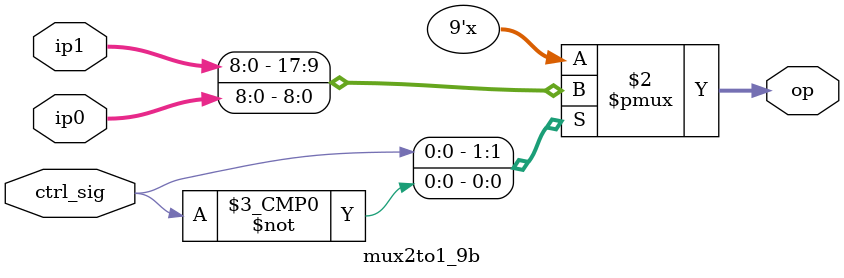
<source format=v>
module mux2to1_9b (ip0,ip1, ctrl_sig, op);
input wire [8:0] ip1,ip0;
input wire  ctrl_sig ;
output reg [8:0] op;
 
always @(*)
begin
case(ctrl_sig)
 1:begin op=ip1; end
 0:begin op=ip0; end
endcase
end
endmodule
</source>
